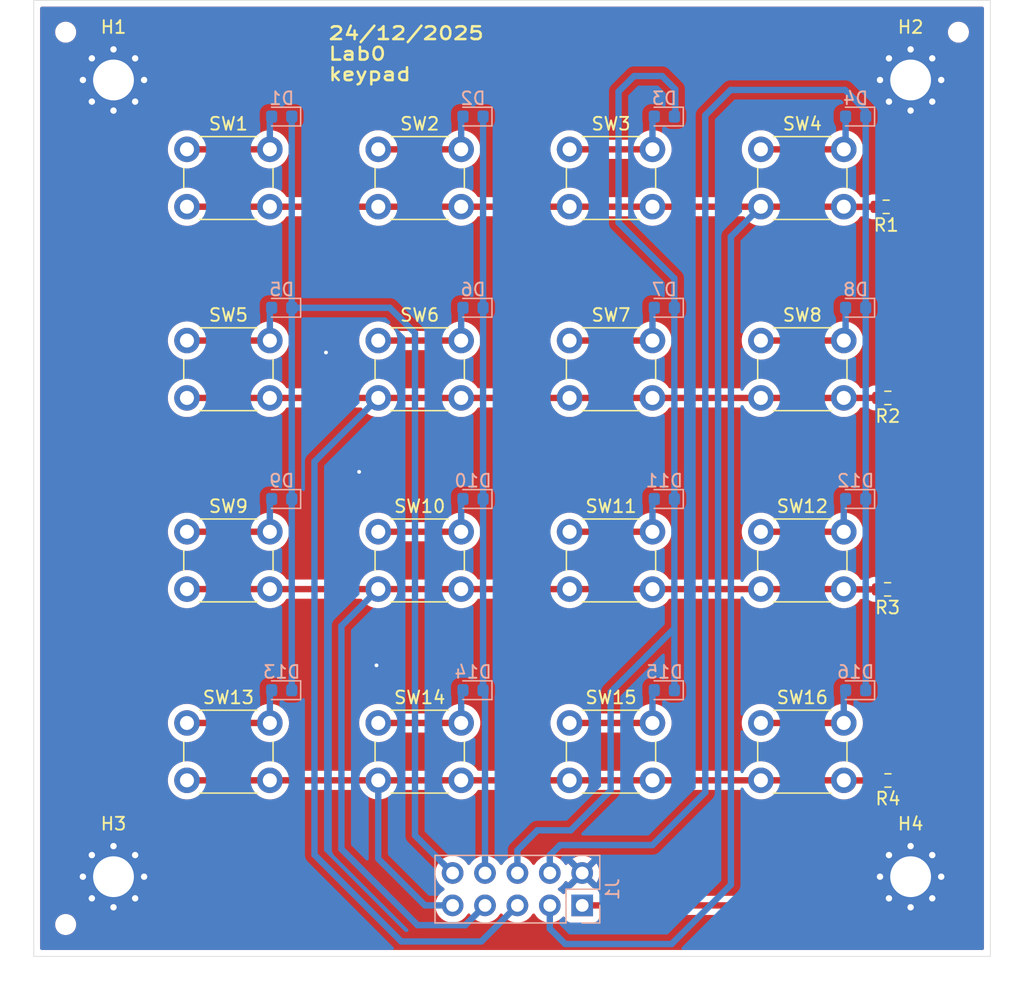
<source format=kicad_pcb>
(kicad_pcb (version 20241229) (generator "pcbnew") (generator_version "9.0")
  (layers (0 "F.Cu" signal) (2 "B.Cu" signal) (13 "F.Paste" user) (15 "B.Paste" user) (5 "F.SilkS" user "F.Silkscreen") (7 "B.SilkS" user "B.Silkscreen") (1 "F.Mask" user) (3 "B.Mask" user) (25 "Edge.Cuts" user))
  (net 0 "")
  (net 1 "GND")
  (net 2 "RAW_1")
  (net 3 "Net-(D1-A)")
  (net 4 "Net-(D2-A)")
  (net 5 "RAW_2")
  (net 6 "Net-(D3-A)")
  (net 7 "RAW_3")
  (net 8 "Net-(D4-A)")
  (net 9 "RAW_4")
  (net 10 "Net-(D5-A)")
  (net 11 "Net-(D6-A)")
  (net 12 "Net-(D7-A)")
  (net 13 "Net-(D8-A)")
  (net 14 "Net-(D9-A)")
  (net 15 "Net-(D10-A)")
  (net 16 "Net-(D11-A)")
  (net 17 "Net-(D12-A)")
  (net 18 "Net-(D13-A)")
  (net 19 "Net-(D14-A)")
  (net 20 "Net-(D15-A)")
  (net 21 "Net-(D16-A)")
  (net 22 "COL_4")
  (net 23 "COL_2")
  (net 24 "COL_3")
  (net 25 "VCC")
  (net 26 "COL_1")
  (footprint "MountingHole:MountingHole_3.2mm_M3_Pad_Via" (layer "F.Cu") (at 31.25 31.25)
    (property "Reference" "H1" (at 0 -4.15 0) (layer "F.SilkS"))
    (property "Value" "MountingHole_Pad")
    (pad "1" thru_hole circle (at -2.4 0) (size 0.8 0.8) (drill 0.5) (layers "*.Cu" "*.Mask") (net 1 "GND"))
    (pad "1" thru_hole circle (at -1.697056 -1.697056) (size 0.8 0.8) (drill 0.5) (layers "*.Cu" "*.Mask") (net 1 "GND"))
    (pad "1" thru_hole circle (at -1.697056 1.697056) (size 0.8 0.8) (drill 0.5) (layers "*.Cu" "*.Mask") (net 1 "GND"))
    (pad "1" thru_hole circle (at 0 -2.4) (size 0.8 0.8) (drill 0.5) (layers "*.Cu" "*.Mask") (net 1 "GND"))
    (pad "1" thru_hole circle (at 0 0) (size 6.4 6.4) (drill 3.2) (layers "*.Cu" "*.Mask") (net 1 "GND"))
    (pad "1" thru_hole circle (at 0 2.4) (size 0.8 0.8) (drill 0.5) (layers "*.Cu" "*.Mask") (net 1 "GND"))
    (pad "1" thru_hole circle (at 1.697056 -1.697056) (size 0.8 0.8) (drill 0.5) (layers "*.Cu" "*.Mask") (net 1 "GND"))
    (pad "1" thru_hole circle (at 1.697056 1.697056) (size 0.8 0.8) (drill 0.5) (layers "*.Cu" "*.Mask") (net 1 "GND"))
    (pad "1" thru_hole circle (at 2.4 0) (size 0.8 0.8) (drill 0.5) (layers "*.Cu" "*.Mask") (net 1 "GND"))
  )
  (footprint "Resistor_SMD:R_0603_1608Metric" (layer "F.Cu") (at 91.945 71.21 180)
    (property "Reference" "R3" (at 0 -1.43 0) (layer "F.SilkS"))
    (property "Value" "10k")
    (pad "1" smd roundrect (at -0.825 0 180) (size 0.8 0.95) (layers "F.Cu" "F.Mask" "F.Paste") (net 25 "VCC"))
    (pad "2" smd roundrect (at 0.825 0 180) (size 0.8 0.95) (layers "F.Cu" "F.Mask" "F.Paste") (net 24 "COL_3"))
  )
  (footprint "Button_Switch_THT:SW_PUSH_6mm" (layer "F.Cu") (at 52.01 66.69)
    (property "Reference" "SW10" (at 3.25 -2 0) (layer "F.SilkS"))
    (property "Value" "SW_Omron_B3FS")
    (pad "1" thru_hole circle (at 0 0 90) (size 2 2) (drill 1.1) (layers "*.Cu" "*.Mask") (net 15 "Net-(D10-A)"))
    (pad "1" thru_hole circle (at 6.5 0 90) (size 2 2) (drill 1.1) (layers "*.Cu" "*.Mask") (net 15 "Net-(D10-A)"))
    (pad "2" thru_hole circle (at 0 4.5 90) (size 2 2) (drill 1.1) (layers "*.Cu" "*.Mask") (net 24 "COL_3"))
    (pad "2" thru_hole circle (at 6.5 4.5 90) (size 2 2) (drill 1.1) (layers "*.Cu" "*.Mask") (net 24 "COL_3"))
  )
  (footprint "MountingHole:MountingHole_3.2mm_M3_Pad_Via" (layer "F.Cu") (at 93.75 93.75)
    (property "Reference" "H4" (at 0 -4.15 0) (layer "F.SilkS"))
    (property "Value" "MountingHole_Pad")
    (pad "1" thru_hole circle (at -2.4 0) (size 0.8 0.8) (drill 0.5) (layers "*.Cu" "*.Mask") (net 1 "GND"))
    (pad "1" thru_hole circle (at -1.697056 -1.697056) (size 0.8 0.8) (drill 0.5) (layers "*.Cu" "*.Mask") (net 1 "GND"))
    (pad "1" thru_hole circle (at -1.697056 1.697056) (size 0.8 0.8) (drill 0.5) (layers "*.Cu" "*.Mask") (net 1 "GND"))
    (pad "1" thru_hole circle (at 0 -2.4) (size 0.8 0.8) (drill 0.5) (layers "*.Cu" "*.Mask") (net 1 "GND"))
    (pad "1" thru_hole circle (at 0 0) (size 6.4 6.4) (drill 3.2) (layers "*.Cu" "*.Mask") (net 1 "GND"))
    (pad "1" thru_hole circle (at 0 2.4) (size 0.8 0.8) (drill 0.5) (layers "*.Cu" "*.Mask") (net 1 "GND"))
    (pad "1" thru_hole circle (at 1.697056 -1.697056) (size 0.8 0.8) (drill 0.5) (layers "*.Cu" "*.Mask") (net 1 "GND"))
    (pad "1" thru_hole circle (at 1.697056 1.697056) (size 0.8 0.8) (drill 0.5) (layers "*.Cu" "*.Mask") (net 1 "GND"))
    (pad "1" thru_hole circle (at 2.4 0) (size 0.8 0.8) (drill 0.5) (layers "*.Cu" "*.Mask") (net 1 "GND"))
  )
  (footprint "Button_Switch_THT:SW_PUSH_6mm" (layer "F.Cu") (at 82.01 36.69)
    (property "Reference" "SW4" (at 3.25 -2 0) (layer "F.SilkS"))
    (property "Value" "SW_Omron_B3FS")
    (pad "1" thru_hole circle (at 0 0 90) (size 2 2) (drill 1.1) (layers "*.Cu" "*.Mask") (net 8 "Net-(D4-A)"))
    (pad "1" thru_hole circle (at 6.5 0 90) (size 2 2) (drill 1.1) (layers "*.Cu" "*.Mask") (net 8 "Net-(D4-A)"))
    (pad "2" thru_hole circle (at 0 4.5 90) (size 2 2) (drill 1.1) (layers "*.Cu" "*.Mask") (net 26 "COL_1"))
    (pad "2" thru_hole circle (at 6.5 4.5 90) (size 2 2) (drill 1.1) (layers "*.Cu" "*.Mask") (net 26 "COL_1"))
  )
  (footprint "Button_Switch_THT:SW_PUSH_6mm" (layer "F.Cu") (at 52.01 36.69)
    (property "Reference" "SW2" (at 3.25 -2 0) (layer "F.SilkS"))
    (property "Value" "SW_Omron_B3FS")
    (pad "1" thru_hole circle (at 0 0 90) (size 2 2) (drill 1.1) (layers "*.Cu" "*.Mask") (net 4 "Net-(D2-A)"))
    (pad "1" thru_hole circle (at 6.5 0 90) (size 2 2) (drill 1.1) (layers "*.Cu" "*.Mask") (net 4 "Net-(D2-A)"))
    (pad "2" thru_hole circle (at 0 4.5 90) (size 2 2) (drill 1.1) (layers "*.Cu" "*.Mask") (net 26 "COL_1"))
    (pad "2" thru_hole circle (at 6.5 4.5 90) (size 2 2) (drill 1.1) (layers "*.Cu" "*.Mask") (net 26 "COL_1"))
  )
  (footprint "Button_Switch_THT:SW_PUSH_6mm" (layer "F.Cu") (at 37.01 66.69)
    (property "Reference" "SW9" (at 3.25 -2 0) (layer "F.SilkS"))
    (property "Value" "SW_Omron_B3FS")
    (pad "1" thru_hole circle (at 0 0 90) (size 2 2) (drill 1.1) (layers "*.Cu" "*.Mask") (net 14 "Net-(D9-A)"))
    (pad "1" thru_hole circle (at 6.5 0 90) (size 2 2) (drill 1.1) (layers "*.Cu" "*.Mask") (net 14 "Net-(D9-A)"))
    (pad "2" thru_hole circle (at 0 4.5 90) (size 2 2) (drill 1.1) (layers "*.Cu" "*.Mask") (net 24 "COL_3"))
    (pad "2" thru_hole circle (at 6.5 4.5 90) (size 2 2) (drill 1.1) (layers "*.Cu" "*.Mask") (net 24 "COL_3"))
  )
  (footprint "Button_Switch_THT:SW_PUSH_6mm" (layer "F.Cu") (at 52.01 51.69)
    (property "Reference" "SW6" (at 3.25 -2 0) (layer "F.SilkS"))
    (property "Value" "SW_Omron_B3FS")
    (pad "1" thru_hole circle (at 0 0 90) (size 2 2) (drill 1.1) (layers "*.Cu" "*.Mask") (net 11 "Net-(D6-A)"))
    (pad "1" thru_hole circle (at 6.5 0 90) (size 2 2) (drill 1.1) (layers "*.Cu" "*.Mask") (net 11 "Net-(D6-A)"))
    (pad "2" thru_hole circle (at 0 4.5 90) (size 2 2) (drill 1.1) (layers "*.Cu" "*.Mask") (net 23 "COL_2"))
    (pad "2" thru_hole circle (at 6.5 4.5 90) (size 2 2) (drill 1.1) (layers "*.Cu" "*.Mask") (net 23 "COL_2"))
  )
  (footprint "Button_Switch_THT:SW_PUSH_6mm" (layer "F.Cu") (at 37.01 51.69)
    (property "Reference" "SW5" (at 3.25 -2 0) (layer "F.SilkS"))
    (property "Value" "SW_Omron_B3FS")
    (pad "1" thru_hole circle (at 0 0 90) (size 2 2) (drill 1.1) (layers "*.Cu" "*.Mask") (net 10 "Net-(D5-A)"))
    (pad "1" thru_hole circle (at 6.5 0 90) (size 2 2) (drill 1.1) (layers "*.Cu" "*.Mask") (net 10 "Net-(D5-A)"))
    (pad "2" thru_hole circle (at 0 4.5 90) (size 2 2) (drill 1.1) (layers "*.Cu" "*.Mask") (net 23 "COL_2"))
    (pad "2" thru_hole circle (at 6.5 4.5 90) (size 2 2) (drill 1.1) (layers "*.Cu" "*.Mask") (net 23 "COL_2"))
  )
  (footprint "MountingHole:ToolingHole_1.152mm" (layer "F.Cu") (at 97.5 27.5)
    (property "Reference" "H6" (hide yes))
    (property "Value" "MountingHole")
    (pad "" np_thru_hole circle (at 0 0) (size 1.152 1.152) (drill 1.152) (layers "*.Cu" "*.Mask"))
    (zone (net 0) (net_name "") (layers "F.Cu" "B.Cu") (connect_pads (clearance 0)) (min_thickness 0.25)
      (keepout (tracks not_allowed) (vias allowed) (pads allowed) (copperpour not_allowed) (footprints not_allowed))
      (fill (thermal_gap 0.5) (thermal_bridge_width 0.5))
      (polygon (pts (xy 98.2 27.5) (xy 98.179659 27.332479) (xy 98.119819 27.174694) (xy 98.023958 27.035814) (xy 97.897645 26.923911) (xy 97.748223 26.845489) (xy 97.584376 26.805104) (xy 97.415624 26.805104) (xy 97.251777 26.845489) (xy 97.102355 26.923911) (xy 96.976042 27.035814) (xy 96.880181 27.174694) (xy 96.820341 27.332479) (xy 96.8 27.5) (xy 96.820341 27.667521) (xy 96.880181 27.825306) (xy 96.976042 27.964186) (xy 97.102355 28.076089) (xy 97.251777 28.154511) (xy 97.415624 28.194896) (xy 97.584376 28.194896) (xy 97.748223 28.154511) (xy 97.897645 28.076089) (xy 98.023958 27.964186) (xy 98.119819 27.825306) (xy 98.179659 27.667521)))
    )
  )
  (footprint "MountingHole:MountingHole_3.2mm_M3_Pad_Via" (layer "F.Cu") (at 31.25 93.75)
    (property "Reference" "H3" (at 0 -4.15 0) (layer "F.SilkS"))
    (property "Value" "MountingHole_Pad")
    (pad "1" thru_hole circle (at -2.4 0) (size 0.8 0.8) (drill 0.5) (layers "*.Cu" "*.Mask") (net 1 "GND"))
    (pad "1" thru_hole circle (at -1.697056 -1.697056) (size 0.8 0.8) (drill 0.5) (layers "*.Cu" "*.Mask") (net 1 "GND"))
    (pad "1" thru_hole circle (at -1.697056 1.697056) (size 0.8 0.8) (drill 0.5) (layers "*.Cu" "*.Mask") (net 1 "GND"))
    (pad "1" thru_hole circle (at 0 -2.4) (size 0.8 0.8) (drill 0.5) (layers "*.Cu" "*.Mask") (net 1 "GND"))
    (pad "1" thru_hole circle (at 0 0) (size 6.4 6.4) (drill 3.2) (layers "*.Cu" "*.Mask") (net 1 "GND"))
    (pad "1" thru_hole circle (at 0 2.4) (size 0.8 0.8) (drill 0.5) (layers "*.Cu" "*.Mask") (net 1 "GND"))
    (pad "1" thru_hole circle (at 1.697056 -1.697056) (size 0.8 0.8) (drill 0.5) (layers "*.Cu" "*.Mask") (net 1 "GND"))
    (pad "1" thru_hole circle (at 1.697056 1.697056) (size 0.8 0.8) (drill 0.5) (layers "*.Cu" "*.Mask") (net 1 "GND"))
    (pad "1" thru_hole circle (at 2.4 0) (size 0.8 0.8) (drill 0.5) (layers "*.Cu" "*.Mask") (net 1 "GND"))
  )
  (footprint "Button_Switch_THT:SW_PUSH_6mm" (layer "F.Cu") (at 67.01 66.69)
    (property "Reference" "SW11" (at 3.25 -2 0) (layer "F.SilkS"))
    (property "Value" "SW_Omron_B3FS")
    (pad "1" thru_hole circle (at 0 0 90) (size 2 2) (drill 1.1) (layers "*.Cu" "*.Mask") (net 16 "Net-(D11-A)"))
    (pad "1" thru_hole circle (at 6.5 0 90) (size 2 2) (drill 1.1) (layers "*.Cu" "*.Mask") (net 16 "Net-(D11-A)"))
    (pad "2" thru_hole circle (at 0 4.5 90) (size 2 2) (drill 1.1) (layers "*.Cu" "*.Mask") (net 24 "COL_3"))
    (pad "2" thru_hole circle (at 6.5 4.5 90) (size 2 2) (drill 1.1) (layers "*.Cu" "*.Mask") (net 24 "COL_3"))
  )
  (footprint "Button_Switch_THT:SW_PUSH_6mm" (layer "F.Cu") (at 82.01 81.69)
    (property "Reference" "SW16" (at 3.25 -2 0) (layer "F.SilkS"))
    (property "Value" "SW_Omron_B3FS")
    (pad "1" thru_hole circle (at 0 0 90) (size 2 2) (drill 1.1) (layers "*.Cu" "*.Mask") (net 21 "Net-(D16-A)"))
    (pad "1" thru_hole circle (at 6.5 0 90) (size 2 2) (drill 1.1) (layers "*.Cu" "*.Mask") (net 21 "Net-(D16-A)"))
    (pad "2" thru_hole circle (at 0 4.5 90) (size 2 2) (drill 1.1) (layers "*.Cu" "*.Mask") (net 22 "COL_4"))
    (pad "2" thru_hole circle (at 6.5 4.5 90) (size 2 2) (drill 1.1) (layers "*.Cu" "*.Mask") (net 22 "COL_4"))
  )
  (footprint "Button_Switch_THT:SW_PUSH_6mm" (layer "F.Cu") (at 37.01 36.69)
    (property "Reference" "SW1" (at 3.25 -2 0) (layer "F.SilkS"))
    (property "Value" "SW_Omron_B3FS")
    (pad "1" thru_hole circle (at 0 0 90) (size 2 2) (drill 1.1) (layers "*.Cu" "*.Mask") (net 3 "Net-(D1-A)"))
    (pad "1" thru_hole circle (at 6.5 0 90) (size 2 2) (drill 1.1) (layers "*.Cu" "*.Mask") (net 3 "Net-(D1-A)"))
    (pad "2" thru_hole circle (at 0 4.5 90) (size 2 2) (drill 1.1) (layers "*.Cu" "*.Mask") (net 26 "COL_1"))
    (pad "2" thru_hole circle (at 6.5 4.5 90) (size 2 2) (drill 1.1) (layers "*.Cu" "*.Mask") (net 26 "COL_1"))
  )
  (footprint "Button_Switch_THT:SW_PUSH_6mm" (layer "F.Cu") (at 67.01 51.69)
    (property "Reference" "SW7" (at 3.25 -2 0) (layer "F.SilkS"))
    (property "Value" "SW_Omron_B3FS")
    (pad "1" thru_hole circle (at 0 0 90) (size 2 2) (drill 1.1) (layers "*.Cu" "*.Mask") (net 12 "Net-(D7-A)"))
    (pad "1" thru_hole circle (at 6.5 0 90) (size 2 2) (drill 1.1) (layers "*.Cu" "*.Mask") (net 12 "Net-(D7-A)"))
    (pad "2" thru_hole circle (at 0 4.5 90) (size 2 2) (drill 1.1) (layers "*.Cu" "*.Mask") (net 23 "COL_2"))
    (pad "2" thru_hole circle (at 6.5 4.5 90) (size 2 2) (drill 1.1) (layers "*.Cu" "*.Mask") (net 23 "COL_2"))
  )
  (footprint "Resistor_SMD:R_0603_1608Metric" (layer "F.Cu") (at 91.835 41.2 180)
    (property "Reference" "R1" (at 0 -1.43 0) (layer "F.SilkS"))
    (property "Value" "10k")
    (pad "1" smd roundrect (at -0.825 0 180) (size 0.8 0.95) (layers "F.Cu" "F.Mask" "F.Paste") (net 25 "VCC"))
    (pad "2" smd roundrect (at 0.825 0 180) (size 0.8 0.95) (layers "F.Cu" "F.Mask" "F.Paste") (net 26 "COL_1"))
  )
  (footprint "Button_Switch_THT:SW_PUSH_6mm" (layer "F.Cu") (at 67.01 36.69)
    (property "Reference" "SW3" (at 3.25 -2 0) (layer "F.SilkS"))
    (property "Value" "SW_Omron_B3FS")
    (pad "1" thru_hole circle (at 0 0 90) (size 2 2) (drill 1.1) (layers "*.Cu" "*.Mask") (net 6 "Net-(D3-A)"))
    (pad "1" thru_hole circle (at 6.5 0 90) (size 2 2) (drill 1.1) (layers "*.Cu" "*.Mask") (net 6 "Net-(D3-A)"))
    (pad "2" thru_hole circle (at 0 4.5 90) (size 2 2) (drill 1.1) (layers "*.Cu" "*.Mask") (net 26 "COL_1"))
    (pad "2" thru_hole circle (at 6.5 4.5 90) (size 2 2) (drill 1.1) (layers "*.Cu" "*.Mask") (net 26 "COL_1"))
  )
  (footprint "Button_Switch_THT:SW_PUSH_6mm" (layer "F.Cu") (at 67.01 81.69)
    (property "Reference" "SW15" (at 3.25 -2 0) (layer "F.SilkS"))
    (property "Value" "SW_Omron_B3FS")
    (pad "1" thru_hole circle (at 0 0 90) (size 2 2) (drill 1.1) (layers "*.Cu" "*.Mask") (net 20 "Net-(D15-A)"))
    (pad "1" thru_hole circle (at 6.5 0 90) (size 2 2) (drill 1.1) (layers "*.Cu" "*.Mask") (net 20 "Net-(D15-A)"))
    (pad "2" thru_hole circle (at 0 4.5 90) (size 2 2) (drill 1.1) (layers "*.Cu" "*.Mask") (net 22 "COL_4"))
    (pad "2" thru_hole circle (at 6.5 4.5 90) (size 2 2) (drill 1.1) (layers "*.Cu" "*.Mask") (net 22 "COL_4"))
  )
  (footprint "MountingHole:ToolingHole_1.152mm" (layer "F.Cu") (at 27.5 27.5)
    (property "Reference" "H5" (hide yes))
    (property "Value" "MountingHole")
    (pad "" np_thru_hole circle (at 0 0) (size 1.152 1.152) (drill 1.152) (layers "*.Cu" "*.Mask"))
    (zone (net 0) (net_name "") (layers "F.Cu" "B.Cu") (connect_pads (clearance 0)) (min_thickness 0.25)
      (keepout (tracks not_allowed) (vias allowed) (pads allowed) (copperpour not_allowed) (footprints not_allowed))
      (fill (thermal_gap 0.5) (thermal_bridge_width 0.5))
      (polygon (pts (xy 28.2 27.5) (xy 28.179659 27.332479) (xy 28.119819 27.174694) (xy 28.023958 27.035814) (xy 27.897645 26.923911) (xy 27.748223 26.845489) (xy 27.584376 26.805104) (xy 27.415624 26.805104) (xy 27.251777 26.845489) (xy 27.102355 26.923911) (xy 26.976042 27.035814) (xy 26.880181 27.174694) (xy 26.820341 27.332479) (xy 26.8 27.5) (xy 26.820341 27.667521) (xy 26.880181 27.825306) (xy 26.976042 27.964186) (xy 27.102355 28.076089) (xy 27.251777 28.154511) (xy 27.415624 28.194896) (xy 27.584376 28.194896) (xy 27.748223 28.154511) (xy 27.897645 28.076089) (xy 28.023958 27.964186) (xy 28.119819 27.825306) (xy 28.179659 27.667521)))
    )
  )
  (footprint "Resistor_SMD:R_0603_1608Metric" (layer "F.Cu") (at 91.965 56.19 180)
    (property "Reference" "R2" (at 0 -1.43 0) (layer "F.SilkS"))
    (property "Value" "10k")
    (pad "1" smd roundrect (at -0.825 0 180) (size 0.8 0.95) (layers "F.Cu" "F.Mask" "F.Paste") (net 25 "VCC"))
    (pad "2" smd roundrect (at 0.825 0 180) (size 0.8 0.95) (layers "F.Cu" "F.Mask" "F.Paste") (net 23 "COL_2"))
  )
  (footprint "Resistor_SMD:R_0603_1608Metric" (layer "F.Cu") (at 91.975 86.2 180)
    (property "Reference" "R4" (at 0 -1.43 0) (layer "F.SilkS"))
    (property "Value" "10k")
    (pad "1" smd roundrect (at -0.825 0 180) (size 0.8 0.95) (layers "F.Cu" "F.Mask" "F.Paste") (net 25 "VCC"))
    (pad "2" smd roundrect (at 0.825 0 180) (size 0.8 0.95) (layers "F.Cu" "F.Mask" "F.Paste") (net 22 "COL_4"))
  )
  (footprint "MountingHole:MountingHole_3.2mm_M3_Pad_Via" (layer "F.Cu") (at 93.75 31.25)
    (property "Reference" "H2" (at 0 -4.15 0) (layer "F.SilkS"))
    (property "Value" "MountingHole_Pad")
    (pad "1" thru_hole circle (at -2.4 0) (size 0.8 0.8) (drill 0.5) (layers "*.Cu" "*.Mask") (net 1 "GND"))
    (pad "1" thru_hole circle (at -1.697056 -1.697056) (size 0.8 0.8) (drill 0.5) (layers "*.Cu" "*.Mask") (net 1 "GND"))
    (pad "1" thru_hole circle (at -1.697056 1.697056) (size 0.8 0.8) (drill 0.5) (layers "*.Cu" "*.Mask") (net 1 "GND"))
    (pad "1" thru_hole circle (at 0 -2.4) (size 0.8 0.8) (drill 0.5) (layers "*.Cu" "*.Mask") (net 1 "GND"))
    (pad "1" thru_hole circle (at 0 0) (size 6.4 6.4) (drill 3.2) (layers "*.Cu" "*.Mask") (net 1 "GND"))
    (pad "1" thru_hole circle (at 0 2.4) (size 0.8 0.8) (drill 0.5) (layers "*.Cu" "*.Mask") (net 1 "GND"))
    (pad "1" thru_hole circle (at 1.697056 -1.697056) (size 0.8 0.8) (drill 0.5) (layers "*.Cu" "*.Mask") (net 1 "GND"))
    (pad "1" thru_hole circle (at 1.697056 1.697056) (size 0.8 0.8) (drill 0.5) (layers "*.Cu" "*.Mask") (net 1 "GND"))
    (pad "1" thru_hole circle (at 2.4 0) (size 0.8 0.8) (drill 0.5) (layers "*.Cu" "*.Mask") (net 1 "GND"))
  )
  (footprint "Button_Switch_THT:SW_PUSH_6mm" (layer "F.Cu") (at 82.01 66.69)
    (property "Reference" "SW12" (at 3.25 -2 0) (layer "F.SilkS"))
    (property "Value" "SW_Omron_B3FS")
    (pad "1" thru_hole circle (at 0 0 90) (size 2 2) (drill 1.1) (layers "*.Cu" "*.Mask") (net 17 "Net-(D12-A)"))
    (pad "1" thru_hole circle (at 6.5 0 90) (size 2 2) (drill 1.1) (layers "*.Cu" "*.Mask") (net 17 "Net-(D12-A)"))
    (pad "2" thru_hole circle (at 0 4.5 90) (size 2 2) (drill 1.1) (layers "*.Cu" "*.Mask") (net 24 "COL_3"))
    (pad "2" thru_hole circle (at 6.5 4.5 90) (size 2 2) (drill 1.1) (layers "*.Cu" "*.Mask") (net 24 "COL_3"))
  )
  (footprint "Button_Switch_THT:SW_PUSH_6mm" (layer "F.Cu") (at 82.01 51.69)
    (property "Reference" "SW8" (at 3.25 -2 0) (layer "F.SilkS"))
    (property "Value" "SW_Omron_B3FS")
    (pad "1" thru_hole circle (at 0 0 90) (size 2 2) (drill 1.1) (layers "*.Cu" "*.Mask") (net 13 "Net-(D8-A)"))
    (pad "1" thru_hole circle (at 6.5 0 90) (size 2 2) (drill 1.1) (layers "*.Cu" "*.Mask") (net 13 "Net-(D8-A)"))
    (pad "2" thru_hole circle (at 0 4.5 90) (size 2 2) (drill 1.1) (layers "*.Cu" "*.Mask") (net 23 "COL_2"))
    (pad "2" thru_hole circle (at 6.5 4.5 90) (size 2 2) (drill 1.1) (layers "*.Cu" "*.Mask") (net 23 "COL_2"))
  )
  (footprint "Button_Switch_THT:SW_PUSH_6mm" (layer "F.Cu") (at 37.01 81.69)
    (property "Reference" "SW13" (at 3.25 -2 0) (layer "F.SilkS"))
    (property "Value" "SW_Omron_B3FS")
    (pad "1" thru_hole circle (at 0 0 90) (size 2 2) (drill 1.1) (layers "*.Cu" "*.Mask") (net 18 "Net-(D13-A)"))
    (pad "1" thru_hole circle (at 6.5 0 90) (size 2 2) (drill 1.1) (layers "*.Cu" "*.Mask") (net 18 "Net-(D13-A)"))
    (pad "2" thru_hole circle (at 0 4.5 90) (size 2 2) (drill 1.1) (layers "*.Cu" "*.Mask") (net 22 "COL_4"))
    (pad "2" thru_hole circle (at 6.5 4.5 90) (size 2 2) (drill 1.1) (layers "*.Cu" "*.Mask") (net 22 "COL_4"))
  )
  (footprint "Button_Switch_THT:SW_PUSH_6mm" (layer "F.Cu") (at 52.01 81.69)
    (property "Reference" "SW14" (at 3.25 -2 0) (layer "F.SilkS"))
    (property "Value" "SW_Omron_B3FS")
    (pad "1" thru_hole circle (at 0 0 90) (size 2 2) (drill 1.1) (layers "*.Cu" "*.Mask") (net 19 "Net-(D14-A)"))
    (pad "1" thru_hole circle (at 6.5 0 90) (size 2 2) (drill 1.1) (layers "*.Cu" "*.Mask") (net 19 "Net-(D14-A)"))
    (pad "2" thru_hole circle (at 0 4.5 90) (size 2 2) (drill 1.1) (layers "*.Cu" "*.Mask") (net 22 "COL_4"))
    (pad "2" thru_hole circle (at 6.5 4.5 90) (size 2 2) (drill 1.1) (layers "*.Cu" "*.Mask") (net 22 "COL_4"))
  )
  (footprint "MountingHole:ToolingHole_1.152mm" (layer "F.Cu") (at 27.5 97.5)
    (property "Reference" "H7" (hide yes))
    (property "Value" "MountingHole")
    (pad "" np_thru_hole circle (at 0 0) (size 1.152 1.152) (drill 1.152) (layers "*.Cu" "*.Mask"))
    (zone (net 0) (net_name "") (layers "F.Cu" "B.Cu") (connect_pads (clearance 0)) (min_thickness 0.25)
      (keepout (tracks not_allowed) (vias allowed) (pads allowed) (copperpour not_allowed) (footprints not_allowed))
      (fill (thermal_gap 0.5) (thermal_bridge_width 0.5))
      (polygon (pts (xy 28.2 97.5) (xy 28.179659 97.332479) (xy 28.119819 97.174694) (xy 28.023958 97.035814) (xy 27.897645 96.923911) (xy 27.748223 96.845489) (xy 27.584376 96.805104) (xy 27.415624 96.805104) (xy 27.251777 96.845489) (xy 27.102355 96.923911) (xy 26.976042 97.035814) (xy 26.880181 97.174694) (xy 26.820341 97.332479) (xy 26.8 97.5) (xy 26.820341 97.667521) (xy 26.880181 97.825306) (xy 26.976042 97.964186) (xy 27.102355 98.076089) (xy 27.251777 98.154511) (xy 27.415624 98.194896) (xy 27.584376 98.194896) (xy 27.748223 98.154511) (xy 27.897645 98.076089) (xy 28.023958 97.964186) (xy 28.119819 97.825306) (xy 28.179659 97.667521)))
    )
  )
  (footprint "Diode_SMD:D_0603_1608Metric" (layer "B.Cu") (at 89.44 79.12 180)
    (property "Reference" "D16" (at 0 1.43 0) (layer "B.SilkS") (effects (justify mirror)))
    (property "Value" "D")
    (pad "1" smd roundrect (at -0.7875 0 180) (size 0.875 0.95) (layers "B.Cu" "B.Mask" "B.Paste") (net 9 "RAW_4"))
    (pad "2" smd roundrect (at 0.7875 0 180) (size 0.875 0.95) (layers "B.Cu" "B.Mask" "B.Paste") (net 21 "Net-(D16-A)"))
  )
  (footprint "Diode_SMD:D_0603_1608Metric" (layer "B.Cu") (at 59.44 79.12 180)
    (property "Reference" "D14" (at 0 1.43 0) (layer "B.SilkS") (effects (justify mirror)))
    (property "Value" "D")
    (pad "1" smd roundrect (at -0.7875 0 180) (size 0.875 0.95) (layers "B.Cu" "B.Mask" "B.Paste") (net 5 "RAW_2"))
    (pad "2" smd roundrect (at 0.7875 0 180) (size 0.875 0.95) (layers "B.Cu" "B.Mask" "B.Paste") (net 19 "Net-(D14-A)"))
  )
  (footprint "Diode_SMD:D_0603_1608Metric" (layer "B.Cu") (at 59.44 64.12 180)
    (property "Reference" "D10" (at 0 1.43 0) (layer "B.SilkS") (effects (justify mirror)))
    (property "Value" "D")
    (pad "1" smd roundrect (at -0.7875 0 180) (size 0.875 0.95) (layers "B.Cu" "B.Mask" "B.Paste") (net 5 "RAW_2"))
    (pad "2" smd roundrect (at 0.7875 0 180) (size 0.875 0.95) (layers "B.Cu" "B.Mask" "B.Paste") (net 15 "Net-(D10-A)"))
  )
  (footprint "Diode_SMD:D_0603_1608Metric" (layer "B.Cu") (at 89.44 34.12 180)
    (property "Reference" "D4" (at 0 1.43 0) (layer "B.SilkS") (effects (justify mirror)))
    (property "Value" "D")
    (pad "1" smd roundrect (at -0.7875 0 180) (size 0.875 0.95) (layers "B.Cu" "B.Mask" "B.Paste") (net 9 "RAW_4"))
    (pad "2" smd roundrect (at 0.7875 0 180) (size 0.875 0.95) (layers "B.Cu" "B.Mask" "B.Paste") (net 8 "Net-(D4-A)"))
  )
  (footprint "Diode_SMD:D_0603_1608Metric" (layer "B.Cu") (at 74.44 79.12 180)
    (property "Reference" "D15" (at 0 1.43 0) (layer "B.SilkS") (effects (justify mirror)))
    (property "Value" "D")
    (pad "1" smd roundrect (at -0.7875 0 180) (size 0.875 0.95) (layers "B.Cu" "B.Mask" "B.Paste") (net 7 "RAW_3"))
    (pad "2" smd roundrect (at 0.7875 0 180) (size 0.875 0.95) (layers "B.Cu" "B.Mask" "B.Paste") (net 20 "Net-(D15-A)"))
  )
  (footprint "Diode_SMD:D_0603_1608Metric" (layer "B.Cu") (at 74.44 34.12 180)
    (property "Reference" "D3" (at 0 1.43 0) (layer "B.SilkS") (effects (justify mirror)))
    (property "Value" "D")
    (pad "1" smd roundrect (at -0.7875 0 180) (size 0.875 0.95) (layers "B.Cu" "B.Mask" "B.Paste") (net 7 "RAW_3"))
    (pad "2" smd roundrect (at 0.7875 0 180) (size 0.875 0.95) (layers "B.Cu" "B.Mask" "B.Paste") (net 6 "Net-(D3-A)"))
  )
  (footprint "Diode_SMD:D_0603_1608Metric" (layer "B.Cu") (at 44.44 79.12 180)
    (property "Reference" "D13" (at 0 1.43 0) (layer "B.SilkS") (effects (justify mirror)))
    (property "Value" "D")
    (pad "1" smd roundrect (at -0.7875 0 180) (size 0.875 0.95) (layers "B.Cu" "B.Mask" "B.Paste") (net 2 "RAW_1"))
    (pad "2" smd roundrect (at 0.7875 0 180) (size 0.875 0.95) (layers "B.Cu" "B.Mask" "B.Paste") (net 18 "Net-(D13-A)"))
  )
  (footprint "Diode_SMD:D_0603_1608Metric" (layer "B.Cu") (at 74.44 64.12 180)
    (property "Reference" "D11" (at 0 1.43 0) (layer "B.SilkS") (effects (justify mirror)))
    (property "Value" "D")
    (pad "1" smd roundrect (at -0.7875 0 180) (size 0.875 0.95) (layers "B.Cu" "B.Mask" "B.Paste") (net 7 "RAW_3"))
    (pad "2" smd roundrect (at 0.7875 0 180) (size 0.875 0.95) (layers "B.Cu" "B.Mask" "B.Paste") (net 16 "Net-(D11-A)"))
  )
  (footprint "Diode_SMD:D_0603_1608Metric" (layer "B.Cu") (at 44.44 49.12 180)
    (property "Reference" "D5" (at 0 1.43 0) (layer "B.SilkS") (effects (justify mirror)))
    (property "Value" "D")
    (pad "1" smd roundrect (at -0.7875 0 180) (size 0.875 0.95) (layers "B.Cu" "B.Mask" "B.Paste") (net 2 "RAW_1"))
    (pad "2" smd roundrect (at 0.7875 0 180) (size 0.875 0.95) (layers "B.Cu" "B.Mask" "B.Paste") (net 10 "Net-(D5-A)"))
  )
  (footprint "Diode_SMD:D_0603_1608Metric" (layer "B.Cu") (at 74.44 49.12 180)
    (property "Reference" "D7" (at 0 1.43 0) (layer "B.SilkS") (effects (justify mirror)))
    (property "Value" "D")
    (pad "1" smd roundrect (at -0.7875 0 180) (size 0.875 0.95) (layers "B.Cu" "B.Mask" "B.Paste") (net 7 "RAW_3"))
    (pad "2" smd roundrect (at 0.7875 0 180) (size 0.875 0.95) (layers "B.Cu" "B.Mask" "B.Paste") (net 12 "Net-(D7-A)"))
  )
  (footprint "Diode_SMD:D_0603_1608Metric" (layer "B.Cu") (at 89.44 49.12 180)
    (property "Reference" "D8" (at 0 1.43 0) (layer "B.SilkS") (effects (justify mirror)))
    (property "Value" "D")
    (pad "1" smd roundrect (at -0.7875 0 180) (size 0.875 0.95) (layers "B.Cu" "B.Mask" "B.Paste") (net 9 "RAW_4"))
    (pad "2" smd roundrect (at 0.7875 0 180) (size 0.875 0.95) (layers "B.Cu" "B.Mask" "B.Paste") (net 13 "Net-(D8-A)"))
  )
  (footprint "Diode_SMD:D_0603_1608Metric" (layer "B.Cu") (at 59.44 34.12 180)
    (property "Reference" "D2" (at 0 1.43 0) (layer "B.SilkS") (effects (justify mirror)))
    (property "Value" "D")
    (pad "1" smd roundrect (at -0.7875 0 180) (size 0.875 0.95) (layers "B.Cu" "B.Mask" "B.Paste") (net 5 "RAW_2"))
    (pad "2" smd roundrect (at 0.7875 0 180) (size 0.875 0.95) (layers "B.Cu" "B.Mask" "B.Paste") (net 4 "Net-(D2-A)"))
  )
  (footprint "Diode_SMD:D_0603_1608Metric" (layer "B.Cu") (at 44.44 64.12 180)
    (property "Reference" "D9" (at 0 1.43 0) (layer "B.SilkS") (effects (justify mirror)))
    (property "Value" "D")
    (pad "1" smd roundrect (at -0.7875 0 180) (size 0.875 0.95) (layers "B.Cu" "B.Mask" "B.Paste") (net 2 "RAW_1"))
    (pad "2" smd roundrect (at 0.7875 0 180) (size 0.875 0.95) (layers "B.Cu" "B.Mask" "B.Paste") (net 14 "Net-(D9-A)"))
  )
  (footprint "Connector_PinHeader_2.54mm:PinHeader_2x05_P2.54mm_Vertical" (layer "B.Cu") (at 68 96 90)
    (property "Reference" "J1" (at 1.27 2.38 90) (layer "B.SilkS") (effects (justify mirror)))
    (property "Value" "Conn_02x05_Odd_Even")
    (pad "1" thru_hole rect (at 0 0 90) (size 1.7 1.7) (drill 1) (layers "*.Cu" "*.Mask") (net 25 "VCC"))
    (pad "2" thru_hole circle (at 2.54 0 90) (size 1.7 1.7) (drill 1) (layers "*.Cu" "*.Mask") (net 1 "GND"))
    (pad "3" thru_hole circle (at 0 -2.54 90) (size 1.7 1.7) (drill 1) (layers "*.Cu" "*.Mask") (net 26 "COL_1"))
    (pad "4" thru_hole circle (at 2.54 -2.54 90) (size 1.7 1.7) (drill 1) (layers "*.Cu" "*.Mask") (net 9 "RAW_4"))
    (pad "5" thru_hole circle (at 0 -5.08 90) (size 1.7 1.7) (drill 1) (layers "*.Cu" "*.Mask") (net 23 "COL_2"))
    (pad "6" thru_hole circle (at 2.54 -5.08 90) (size 1.7 1.7) (drill 1) (layers "*.Cu" "*.Mask") (net 7 "RAW_3"))
    (pad "7" thru_hole circle (at 0 -7.62 90) (size 1.7 1.7) (drill 1) (layers "*.Cu" "*.Mask") (net 24 "COL_3"))
    (pad "8" thru_hole circle (at 2.54 -7.62 90) (size 1.7 1.7) (drill 1) (layers "*.Cu" "*.Mask") (net 5 "RAW_2"))
    (pad "9" thru_hole circle (at 0 -10.16 90) (size 1.7 1.7) (drill 1) (layers "*.Cu" "*.Mask") (net 22 "COL_4"))
    (pad "10" thru_hole circle (at 2.54 -10.16 90) (size 1.7 1.7) (drill 1) (layers "*.Cu" "*.Mask") (net 2 "RAW_1"))
  )
  (footprint "Diode_SMD:D_0603_1608Metric" (layer "B.Cu") (at 44.44 34.12 180)
    (property "Reference" "D1" (at 0 1.43 0) (layer "B.SilkS") (effects (justify mirror)))
    (property "Value" "D")
    (pad "1" smd roundrect (at -0.7875 0 180) (size 0.875 0.95) (layers "B.Cu" "B.Mask" "B.Paste") (net 2 "RAW_1"))
    (pad "2" smd roundrect (at 0.7875 0 180) (size 0.875 0.95) (layers "B.Cu" "B.Mask" "B.Paste") (net 3 "Net-(D1-A)"))
  )
  (footprint "Diode_SMD:D_0603_1608Metric" (layer "B.Cu") (at 59.44 49.12 180)
    (property "Reference" "D6" (at 0 1.43 0) (layer "B.SilkS") (effects (justify mirror)))
    (property "Value" "D")
    (pad "1" smd roundrect (at -0.7875 0 180) (size 0.875 0.95) (layers "B.Cu" "B.Mask" "B.Paste") (net 5 "RAW_2"))
    (pad "2" smd roundrect (at 0.7875 0 180) (size 0.875 0.95) (layers "B.Cu" "B.Mask" "B.Paste") (net 11 "Net-(D6-A)"))
  )
  (footprint "Diode_SMD:D_0603_1608Metric" (layer "B.Cu") (at 89.44 64.12 180)
    (property "Reference" "D12" (at 0 1.43 0) (layer "B.SilkS") (effects (justify mirror)))
    (property "Value" "D")
    (pad "1" smd roundrect (at -0.7875 0 180) (size 0.875 0.95) (layers "B.Cu" "B.Mask" "B.Paste") (net 9 "RAW_4"))
    (pad "2" smd roundrect (at 0.7875 0 180) (size 0.875 0.95) (layers "B.Cu" "B.Mask" "B.Paste") (net 17 "Net-(D12-A)"))
  )
  (gr_rect (start 25 25) (end 100 100) (stroke (width 0.05)) (fill no) (layer "Edge.Cuts"))
  (gr_text "24/12/2025\nLab0\nkeypad" (at 48 31.39 0) (layer "F.SilkS") (effects (font (size 1 1.25) (thickness 0.2) (bold yes)) (justify left bottom)))
  (via (at 51.87 77.17) (size 0.6) (drill 0.3) (layers "F.Cu" "B.Cu") (net 1))
  (via (at 50.51 61.99) (size 0.6) (drill 0.3) (layers "F.Cu" "B.Cu") (net 1))
  (via (at 47.91 52.63) (size 0.6) (drill 0.3) (layers "F.Cu" "B.Cu") (net 1))
  (segment (start 45.2275 79.12) (end 45.2275 64.12) (width 0.5) (layer "B.Cu") (net 2))
  (segment (start 45.2275 49.12) (end 45.2275 34.12) (width 0.5) (layer "B.Cu") (net 2))
  (segment (start 54.89 90.51) (end 54.89 51.1) (width 0.5) (layer "B.Cu") (net 2))
  (segment (start 45.2275 49.12) (end 45.2275 64.12) (width 0.5) (layer "B.Cu") (net 2))
  (segment (start 54.89 51.1) (end 52.91 49.12) (width 0.5) (layer "B.Cu") (net 2))
  (segment (start 57.84 93.46) (end 54.89 90.51) (width 0.5) (layer "B.Cu") (net 2))
  (segment (start 52.91 49.12) (end 45.2275 49.12) (width 0.5) (layer "B.Cu") (net 2))
  (segment (start 37.01 36.69) (end 43.51 36.69) (width 0.5) (layer "F.Cu") (net 3))
  (segment (start 43.51 36.69) (end 43.51 34.2625) (width 0.5) (layer "B.Cu") (net 3))
  (segment (start 43.51 34.2625) (end 43.6525 34.12) (width 0.5) (layer "B.Cu") (net 3))
  (segment (start 52.01 36.69) (end 58.51 36.69) (width 0.5) (layer "F.Cu") (net 4))
  (segment (start 58.51 36.69) (end 58.51 34.2625) (width 0.5) (layer "B.Cu") (net 4))
  (segment (start 58.51 34.2625) (end 58.6525 34.12) (width 0.5) (layer "B.Cu") (net 4))
  (segment (start 60.2275 79.12) (end 60.2275 64.12) (width 0.5) (layer "B.Cu") (net 5))
  (segment (start 60.2275 64.12) (end 60.2275 49.12) (width 0.5) (layer "B.Cu") (net 5))
  (segment (start 60.2275 34.12) (end 60.2275 49.12) (width 0.5) (layer "B.Cu") (net 5))
  (segment (start 60.38 93.46) (end 60.38 79.2725) (width 0.5) (layer "B.Cu") (net 5))
  (segment (start 60.38 79.2725) (end 60.2275 79.12) (width 0.5) (layer "B.Cu") (net 5))
  (segment (start 67.01 36.69) (end 73.51 36.69) (width 0.5) (layer "F.Cu") (net 6))
  (segment (start 73.51 36.69) (end 73.51 34.2625) (width 0.5) (layer "B.Cu") (net 6))
  (segment (start 73.51 34.2625) (end 73.6525 34.12) (width 0.5) (layer "B.Cu") (net 6))
  (segment (start 75.2275 75.7225) (end 75.2275 64.12) (width 0.5) (layer "B.Cu") (net 7))
  (segment (start 74.26 30.94) (end 72.07 30.94) (width 0.5) (layer "B.Cu") (net 7))
  (segment (start 72.07 30.94) (end 70.85 32.16) (width 0.5) (layer "B.Cu") (net 7))
  (segment (start 75.2275 79.12) (end 75.2275 75.7225) (width 0.5) (layer "B.Cu") (net 7))
  (segment (start 75.2275 34.12) (end 75.3 34.0475) (width 0.5) (layer "B.Cu") (net 7))
  (segment (start 75.3 34.0475) (end 75.3 31.98) (width 0.5) (layer "B.Cu") (net 7))
  (segment (start 64.49 90.11) (end 67.1 90.11) (width 0.5) (layer "B.Cu") (net 7))
  (segment (start 70.85 42.44) (end 75.2275 46.8175) (width 0.5) (layer "B.Cu") (net 7))
  (segment (start 67.1 90.11) (end 70.23 86.98) (width 0.5) (layer "B.Cu") (net 7))
  (segment (start 62.92 91.68) (end 64.49 90.11) (width 0.5) (layer "B.Cu") (net 7))
  (segment (start 70.23 79.2675) (end 75.2275 74.27) (width 0.5) (layer "B.Cu") (net 7))
  (segment (start 75.2275 49.12) (end 75.2275 64.12) (width 0.5) (layer "B.Cu") (net 7))
  (segment (start 70.23 86.98) (end 70.23 79.2675) (width 0.5) (layer "B.Cu") (net 7))
  (segment (start 75.2275 46.8175) (end 75.2275 49.12) (width 0.5) (layer "B.Cu") (net 7))
  (segment (start 75.3 31.98) (end 74.26 30.94) (width 0.5) (layer "B.Cu") (net 7))
  (segment (start 70.85 32.16) (end 70.85 42.44) (width 0.5) (layer "B.Cu") (net 7))
  (segment (start 62.92 93.46) (end 62.92 91.68) (width 0.5) (layer "B.Cu") (net 7))
  (segment (start 82.01 36.69) (end 88.51 36.69) (width 0.5) (layer "F.Cu") (net 8))
  (segment (start 88.6525 34.12) (end 88.6525 36.5475) (width 0.5) (layer "B.Cu") (net 8))
  (segment (start 88.6525 36.5475) (end 88.51 36.69) (width 0.5) (layer "B.Cu") (net 8))
  (segment (start 77.65 87.13) (end 77.65 34.02) (width 0.5) (layer "B.Cu") (net 9))
  (segment (start 65.46 92.07) (end 66.26 91.27) (width 0.5) (layer "B.Cu") (net 9))
  (segment (start 90.2275 33.6475) (end 90.2275 34.12) (width 0.5) (layer "B.Cu") (net 9))
  (segment (start 88.61 32.03) (end 90.2275 33.6475) (width 0.5) (layer "B.Cu") (net 9))
  (segment (start 65.46 93.46) (end 65.46 92.07) (width 0.5) (layer "B.Cu") (net 9))
  (segment (start 73.51 91.27) (end 77.65 87.13) (width 0.5) (layer "B.Cu") (net 9))
  (segment (start 79.64 32.03) (end 88.61 32.03) (width 0.5) (layer "B.Cu") (net 9))
  (segment (start 90.2275 34.12) (end 90.2275 49.12) (width 0.5) (layer "B.Cu") (net 9))
  (segment (start 90.2275 79.12) (end 90.2275 64.12) (width 0.5) (layer "B.Cu") (net 9))
  (segment (start 90.2275 64.12) (end 90.2275 49.12) (width 0.5) (layer "B.Cu") (net 9))
  (segment (start 77.65 34.02) (end 79.64 32.03) (width 0.5) (layer "B.Cu") (net 9))
  (segment (start 66.26 91.27) (end 73.51 91.27) (width 0.5) (layer "B.Cu") (net 9))
  (segment (start 37.01 51.69) (end 43.51 51.69) (width 0.5) (layer "F.Cu") (net 10))
  (segment (start 43.51 49.2625) (end 43.6525 49.12) (width 0.5) (layer "B.Cu") (net 10))
  (segment (start 43.51 51.69) (end 43.51 49.2625) (width 0.5) (layer "B.Cu") (net 10))
  (segment (start 52.01 51.69) (end 58.51 51.69) (width 0.5) (layer "F.Cu") (net 11))
  (segment (start 58.51 49.2625) (end 58.6525 49.12) (width 0.5) (layer "B.Cu") (net 11))
  (segment (start 58.51 51.69) (end 58.51 49.2625) (width 0.5) (layer "B.Cu") (net 11))
  (segment (start 67.01 51.69) (end 73.51 51.69) (width 0.5) (layer "F.Cu") (net 12))
  (segment (start 73.51 49.2625) (end 73.6525 49.12) (width 0.5) (layer "B.Cu") (net 12))
  (segment (start 73.51 51.69) (end 73.51 49.2625) (width 0.5) (layer "B.Cu") (net 12))
  (segment (start 82.01 51.69) (end 88.51 51.69) (width 0.5) (layer "F.Cu") (net 13))
  (segment (start 88.6525 49.12) (end 88.6525 51.5475) (width 0.5) (layer "B.Cu") (net 13))
  (segment (start 88.6525 51.5475) (end 88.51 51.69) (width 0.5) (layer "B.Cu") (net 13))
  (segment (start 43.51 66.69) (end 37.01 66.69) (width 0.5) (layer "F.Cu") (net 14))
  (segment (start 43.51 64.2625) (end 43.6525 64.12) (width 0.5) (layer "B.Cu") (net 14))
  (segment (start 43.51 66.69) (end 43.51 64.2625) (width 0.5) (layer "B.Cu") (net 14))
  (segment (start 58.51 66.69) (end 52.01 66.69) (width 0.5) (layer "F.Cu") (net 15))
  (segment (start 58.51 66.69) (end 58.51 64.2625) (width 0.5) (layer "B.Cu") (net 15))
  (segment (start 58.51 64.2625) (end 58.6525 64.12) (width 0.5) (layer "B.Cu") (net 15))
  (segment (start 73.51 66.69) (end 67.01 66.69) (width 0.5) (layer "F.Cu") (net 16))
  (segment (start 73.51 66.69) (end 73.51 64.2625) (width 0.5) (layer "B.Cu") (net 16))
  (segment (start 73.51 64.2625) (end 73.6525 64.12) (width 0.5) (layer "B.Cu") (net 16))
  (segment (start 88.51 66.69) (end 82.01 66.69) (width 0.5) (layer "F.Cu") (net 17))
  (segment (start 88.51 66.69) (end 88.51 64.2625) (width 0.5) (layer "B.Cu") (net 17))
  (segment (start 88.51 64.2625) (end 88.6525 64.12) (width 0.5) (layer "B.Cu") (net 17))
  (segment (start 37.01 81.69) (end 43.51 81.69) (width 0.5) (layer "F.Cu") (net 18))
  (segment (start 43.51 79.2625) (end 43.6525 79.12) (width 0.5) (layer "B.Cu") (net 18))
  (segment (start 43.51 81.69) (end 43.51 79.2625) (width 0.5) (layer "B.Cu") (net 18))
  (segment (start 58.51 81.69) (end 52.01 81.69) (width 0.5) (layer "F.Cu") (net 19))
  (segment (start 58.51 79.2625) (end 58.6525 79.12) (width 0.5) (layer "B.Cu") (net 19))
  (segment (start 58.51 81.69) (end 58.51 79.2625) (width 0.5) (layer "B.Cu") (net 19))
  (segment (start 67.01 81.69) (end 73.51 81.69) (width 0.5) (layer "F.Cu") (net 20))
  (segment (start 73.51 81.69) (end 73.51 79.2625) (width 0.5) (layer "B.Cu") (net 20))
  (segment (start 73.51 79.2625) (end 73.6525 79.12) (width 0.5) (layer "B.Cu") (net 20))
  (segment (start 82.01 81.69) (end 88.51 81.69) (width 0.5) (layer "F.Cu") (net 21))
  (segment (start 88.51 81.69) (end 88.51 79.2625) (width 0.5) (layer "B.Cu") (net 21))
  (segment (start 88.51 79.2625) (end 88.6525 79.12) (width 0.5) (layer "B.Cu") (net 21))
  (segment (start 37.01 86.19) (end 43.51 86.19) (width 0.5) (layer "F.Cu") (net 22))
  (segment (start 82.01 86.19) (end 73.51 86.19) (width 0.5) (layer "F.Cu") (net 22))
  (segment (start 67.01 86.19) (end 58.51 86.19) (width 0.5) (layer "F.Cu") (net 22))
  (segment (start 88.51 86.19) (end 82.01 86.19) (width 0.5) (layer "F.Cu") (net 22))
  (segment (start 73.51 86.19) (end 67.01 86.19) (width 0.5) (layer "F.Cu") (net 22))
  (segment (start 91.15 86.2) (end 88.52 86.2) (width 0.5) (layer "F.Cu") (net 22))
  (segment (start 52.01 86.19) (end 43.51 86.19) (width 0.5) (layer "F.Cu") (net 22))
  (segment (start 88.52 86.2) (end 88.51 86.19) (width 0.5) (layer "F.Cu") (net 22))
  (segment (start 58.51 86.19) (end 52.01 86.19) (width 0.5) (layer "F.Cu") (net 22))
  (segment (start 52.01 92.34) (end 55.67 96) (width 0.5) (layer "B.Cu") (net 22))
  (segment (start 55.67 96) (end 57.84 96) (width 0.5) (layer "B.Cu") (net 22))
  (segment (start 52.01 86.19) (end 52.01 92.34) (width 0.5) (layer "B.Cu") (net 22))
  (segment (start 82.01 56.19) (end 73.51 56.19) (width 0.5) (layer "F.Cu") (net 23))
  (segment (start 88.51 56.19) (end 82.01 56.19) (width 0.5) (layer "F.Cu") (net 23))
  (segment (start 58.51 56.19) (end 67.01 56.19) (width 0.5) (layer "F.Cu") (net 23))
  (segment (start 91.14 56.19) (end 88.51 56.19) (width 0.5) (layer "F.Cu") (net 23))
  (segment (start 52.01 56.19) (end 58.51 56.19) (width 0.5) (layer "F.Cu") (net 23))
  (segment (start 67.01 56.19) (end 73.51 56.19) (width 0.5) (layer "F.Cu") (net 23))
  (segment (start 37.01 56.19) (end 43.51 56.19) (width 0.5) (layer "F.Cu") (net 23))
  (segment (start 43.51 56.19) (end 52.01 56.19) (width 0.5) (layer "F.Cu") (net 23))
  (segment (start 47.01 92.03) (end 47.01 61.19) (width 0.5) (layer "B.Cu") (net 23))
  (segment (start 62.92 96) (end 60.09 98.83) (width 0.5) (layer "B.Cu") (net 23))
  (segment (start 53.81 98.83) (end 47.01 92.03) (width 0.5) (layer "B.Cu") (net 23))
  (segment (start 47.01 61.19) (end 52.01 56.19) (width 0.5) (layer "B.Cu") (net 23))
  (segment (start 60.09 98.83) (end 53.81 98.83) (width 0.5) (layer "B.Cu") (net 23))
  (segment (start 37.01 71.19) (end 43.51 71.19) (width 0.5) (layer "F.Cu") (net 24))
  (segment (start 91.12 71.21) (end 88.53 71.21) (width 0.5) (layer "F.Cu") (net 24))
  (segment (start 88.53 71.21) (end 88.51 71.19) (width 0.5) (layer "F.Cu") (net 24))
  (segment (start 67.01 71.19) (end 73.51 71.19) (width 0.5) (layer "F.Cu") (net 24))
  (segment (start 43.51 71.19) (end 52.01 71.19) (width 0.5) (layer "F.Cu") (net 24))
  (segment (start 82.01 71.19) (end 88.51 71.19) (width 0.5) (layer "F.Cu") (net 24))
  (segment (start 52.01 71.19) (end 58.51 71.19) (width 0.5) (layer "F.Cu") (net 24))
  (segment (start 58.51 71.19) (end 67.01 71.19) (width 0.5) (layer "F.Cu") (net 24))
  (segment (start 73.51 71.19) (end 82.01 71.19) (width 0.5) (layer "F.Cu") (net 24))
  (segment (start 49.12 74.08) (end 52.01 71.19) (width 0.5) (layer "B.Cu") (net 24))
  (segment (start 60.38 96) (end 58.83 97.55) (width 0.5) (layer "B.Cu") (net 24))
  (segment (start 49.12 91.58) (end 49.12 74.08) (width 0.5) (layer "B.Cu") (net 24))
  (segment (start 55.09 97.55) (end 49.12 91.58) (width 0.5) (layer "B.Cu") (net 24))
  (segment (start 58.83 97.55) (end 55.09 97.55) (width 0.5) (layer "B.Cu") (net 24))
  (segment (start 92.79 65.37) (end 92.79 56.19) (width 0.5) (layer "F.Cu") (net 25))
  (segment (start 92.77 71.21) (end 92.77 65.39) (width 0.5) (layer "F.Cu") (net 25))
  (segment (start 92.8 86.2) (end 92.8 71.24) (width 0.5) (layer "F.Cu") (net 25))
  (segment (start 92.79 56.19) (end 92.79 41.33) (width 0.5) (layer "F.Cu") (net 25))
  (segment (start 92.79 41.33) (end 92.66 41.2) (width 0.5) (layer "F.Cu") (net 25))
  (segment (start 92.8 71.24) (end 92.77 71.21) (width 0.5) (layer "F.Cu") (net 25))
  (segment (start 84.63 96) (end 92.8 87.83) (width 0.5) (layer "F.Cu") (net 25))
  (segment (start 92.77 65.39) (end 92.79 65.37) (width 0.5) (layer "F.Cu") (net 25))
  (segment (start 92.8 87.83) (end 92.8 86.2) (width 0.5) (layer "F.Cu") (net 25))
  (segment (start 68 96) (end 84.63 96) (width 0.5) (layer "F.Cu") (net 25))
  (segment (start 67.01 41.19) (end 73.51 41.19) (width 0.5) (layer "F.Cu") (net 26))
  (segment (start 58.51 41.19) (end 67.01 41.19) (width 0.5) (layer "F.Cu") (net 26))
  (segment (start 73.51 41.19) (end 82.01 41.19) (width 0.5) (layer "F.Cu") (net 26))
  (segment (start 88.51 41.19) (end 82.01 41.19) (width 0.5) (layer "F.Cu") (net 26))
  (segment (start 91.01 41.2) (end 88.52 41.2) (width 0.5) (layer "F.Cu") (net 26))
  (segment (start 88.52 41.2) (end 88.51 41.19) (width 0.5) (layer "F.Cu") (net 26))
  (segment (start 37.01 41.19) (end 43.51 41.19) (width 0.5) (layer "F.Cu") (net 26))
  (segment (start 52.01 41.19) (end 58.51 41.19) (width 0.5) (layer "F.Cu") (net 26))
  (segment (start 43.51 41.19) (end 52.01 41.19) (width 0.5) (layer "F.Cu") (net 26))
  (segment (start 65.46 97.82) (end 66.67 99.03) (width 0.5) (layer "B.Cu") (net 26))
  (segment (start 79.66 94.38) (end 79.66 43.54) (width 0.5) (layer "B.Cu") (net 26))
  (segment (start 66.67 99.03) (end 75.01 99.03) (width 0.5) (layer "B.Cu") (net 26))
  (segment (start 79.66 43.54) (end 82.01 41.19) (width 0.5) (layer "B.Cu") (net 26))
  (segment (start 65.46 96) (end 65.46 97.82) (width 0.5) (layer "B.Cu") (net 26))
  (segment (start 75.01 99.03) (end 79.66 94.38) (width 0.5) (layer "B.Cu") (net 26))
  (zone (net 1) (net_name "GND") (layers "F.Cu" "B.Cu") (connect_pads (clearance 0.5)) (min_thickness 0.25) (fill yes (thermal_gap 0.5) (thermal_bridge_width 0.5))
    (polygon (pts (xy 25 25) (xy 100 25) (xy 100 100) (xy 25 100)))
  )
)
</source>
